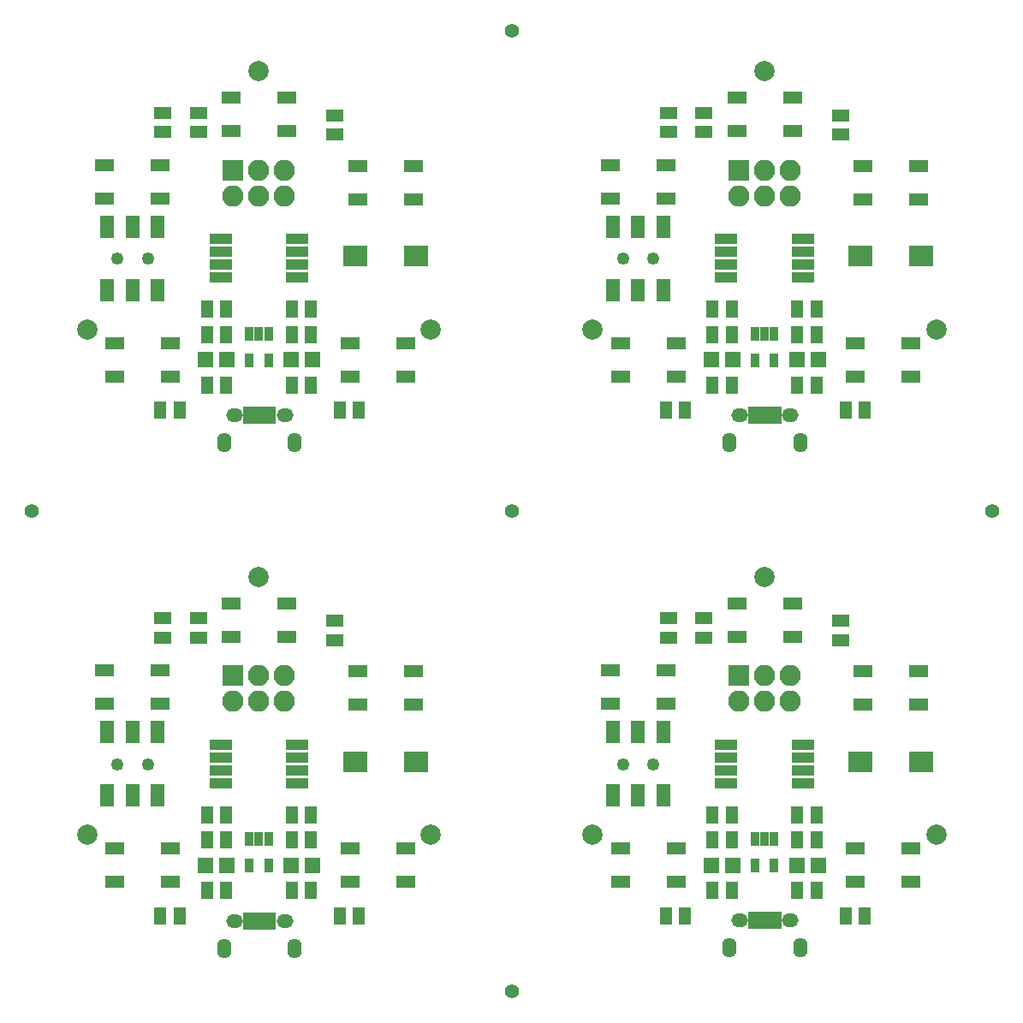
<source format=gts>
G04 #@! TF.FileFunction,Soldermask,Top*
%FSLAX46Y46*%
G04 Gerber Fmt 4.6, Leading zero omitted, Abs format (unit mm)*
G04 Created by KiCad (PCBNEW 4.0.7) date 06/26/18 19:00:47*
%MOMM*%
%LPD*%
G01*
G04 APERTURE LIST*
%ADD10C,0.100000*%
%ADD11R,0.800000X1.750000*%
%ADD12O,1.650000X1.350000*%
%ADD13O,1.400000X1.950000*%
%ADD14C,2.000000*%
%ADD15R,1.289000X1.797000*%
%ADD16R,1.598880X1.598880*%
%ADD17R,1.900000X1.300000*%
%ADD18R,2.398980X2.000200*%
%ADD19R,1.797000X1.289000*%
%ADD20R,2.100000X2.100000*%
%ADD21O,2.100000X2.100000*%
%ADD22R,0.951180X1.400760*%
%ADD23R,2.200000X1.000000*%
%ADD24C,1.250000*%
%ADD25R,1.400000X2.200000*%
%ADD26C,1.400760*%
G04 APERTURE END LIST*
D10*
D11*
X149249100Y-71762460D03*
X149899100Y-71762460D03*
X150549100Y-71762460D03*
X151199100Y-71762460D03*
X151849100Y-71762460D03*
D12*
X148049100Y-71762460D03*
X153049100Y-71762460D03*
D13*
X147049100Y-74462460D03*
X154049100Y-74462460D03*
D11*
X99249100Y-71762460D03*
X99899100Y-71762460D03*
X100549100Y-71762460D03*
X101199100Y-71762460D03*
X101849100Y-71762460D03*
D12*
X98049100Y-71762460D03*
X103049100Y-71762460D03*
D13*
X97049100Y-74462460D03*
X104049100Y-74462460D03*
D11*
X99249100Y-121762460D03*
X99899100Y-121762460D03*
X100549100Y-121762460D03*
X101199100Y-121762460D03*
X101849100Y-121762460D03*
D12*
X98049100Y-121762460D03*
X103049100Y-121762460D03*
D13*
X97049100Y-124462460D03*
X104049100Y-124462460D03*
D14*
X167500000Y-113250000D03*
X117500000Y-113250000D03*
X167500000Y-63250000D03*
D15*
X155655000Y-111250000D03*
X153750000Y-111250000D03*
X105655000Y-111250000D03*
X103750000Y-111250000D03*
X155655000Y-61250000D03*
X153750000Y-61250000D03*
X153750000Y-113750000D03*
X155655000Y-113750000D03*
X103750000Y-113750000D03*
X105655000Y-113750000D03*
X153750000Y-63750000D03*
X155655000Y-63750000D03*
D16*
X153700280Y-116250000D03*
X155798320Y-116250000D03*
X103700280Y-116250000D03*
X105798320Y-116250000D03*
X153700280Y-66250000D03*
X155798320Y-66250000D03*
D17*
X159500000Y-117900000D03*
X165000000Y-117900000D03*
X165000000Y-114600000D03*
X159500000Y-114600000D03*
X109500000Y-117900000D03*
X115000000Y-117900000D03*
X115000000Y-114600000D03*
X109500000Y-114600000D03*
X159500000Y-67900000D03*
X165000000Y-67900000D03*
X165000000Y-64600000D03*
X159500000Y-64600000D03*
D15*
X158500000Y-121250000D03*
X160405000Y-121250000D03*
X108500000Y-121250000D03*
X110405000Y-121250000D03*
X158500000Y-71250000D03*
X160405000Y-71250000D03*
X155655000Y-118750000D03*
X153750000Y-118750000D03*
X105655000Y-118750000D03*
X103750000Y-118750000D03*
X155655000Y-68750000D03*
X153750000Y-68750000D03*
X147250000Y-118750000D03*
X145345000Y-118750000D03*
X97250000Y-118750000D03*
X95345000Y-118750000D03*
X147250000Y-68750000D03*
X145345000Y-68750000D03*
D18*
X160000260Y-106000000D03*
X165999740Y-106000000D03*
X110000260Y-106000000D03*
X115999740Y-106000000D03*
X160000260Y-56000000D03*
X165999740Y-56000000D03*
D19*
X158000000Y-94000000D03*
X158000000Y-92095000D03*
X108000000Y-94000000D03*
X108000000Y-92095000D03*
X158000000Y-44000000D03*
X158000000Y-42095000D03*
D17*
X160250000Y-100400000D03*
X165750000Y-100400000D03*
X165750000Y-97100000D03*
X160250000Y-97100000D03*
X110250000Y-100400000D03*
X115750000Y-100400000D03*
X115750000Y-97100000D03*
X110250000Y-97100000D03*
X160250000Y-50400000D03*
X165750000Y-50400000D03*
X165750000Y-47100000D03*
X160250000Y-47100000D03*
D19*
X144500000Y-93750000D03*
X144500000Y-91845000D03*
X94500000Y-93750000D03*
X94500000Y-91845000D03*
X144500000Y-43750000D03*
X144500000Y-41845000D03*
D20*
X147960000Y-97500000D03*
D21*
X147960000Y-100040000D03*
X150500000Y-97500000D03*
X150500000Y-100040000D03*
X153040000Y-97500000D03*
X153040000Y-100040000D03*
D20*
X97960000Y-97500000D03*
D21*
X97960000Y-100040000D03*
X100500000Y-97500000D03*
X100500000Y-100040000D03*
X103040000Y-97500000D03*
X103040000Y-100040000D03*
D20*
X147960000Y-47500000D03*
D21*
X147960000Y-50040000D03*
X150500000Y-47500000D03*
X150500000Y-50040000D03*
X153040000Y-47500000D03*
X153040000Y-50040000D03*
D17*
X147750000Y-93650000D03*
X153250000Y-93650000D03*
X153250000Y-90350000D03*
X147750000Y-90350000D03*
X97750000Y-93650000D03*
X103250000Y-93650000D03*
X103250000Y-90350000D03*
X97750000Y-90350000D03*
X147750000Y-43650000D03*
X153250000Y-43650000D03*
X153250000Y-40350000D03*
X147750000Y-40350000D03*
D19*
X141000000Y-93750000D03*
X141000000Y-91845000D03*
X91000000Y-93750000D03*
X91000000Y-91845000D03*
X141000000Y-43750000D03*
X141000000Y-41845000D03*
D14*
X150500000Y-87750000D03*
X100500000Y-87750000D03*
X150500000Y-37750000D03*
D17*
X136250000Y-117900000D03*
X141750000Y-117900000D03*
X141750000Y-114600000D03*
X136250000Y-114600000D03*
X86250000Y-117900000D03*
X91750000Y-117900000D03*
X91750000Y-114600000D03*
X86250000Y-114600000D03*
X136250000Y-67900000D03*
X141750000Y-67900000D03*
X141750000Y-64600000D03*
X136250000Y-64600000D03*
D15*
X140750000Y-121250000D03*
X142655000Y-121250000D03*
X90750000Y-121250000D03*
X92655000Y-121250000D03*
X140750000Y-71250000D03*
X142655000Y-71250000D03*
D16*
X147346520Y-116250000D03*
X145248480Y-116250000D03*
X97346520Y-116250000D03*
X95248480Y-116250000D03*
X147346520Y-66250000D03*
X145248480Y-66250000D03*
D22*
X150500000Y-113699520D03*
X149550040Y-116300480D03*
X151449960Y-116300480D03*
X149547500Y-113699520D03*
X151452500Y-113699520D03*
X100500000Y-113699520D03*
X99550040Y-116300480D03*
X101449960Y-116300480D03*
X99547500Y-113699520D03*
X101452500Y-113699520D03*
X150500000Y-63699520D03*
X149550040Y-66300480D03*
X151449960Y-66300480D03*
X149547500Y-63699520D03*
X151452500Y-63699520D03*
D15*
X145345000Y-113750000D03*
X147250000Y-113750000D03*
X95345000Y-113750000D03*
X97250000Y-113750000D03*
X145345000Y-63750000D03*
X147250000Y-63750000D03*
X147250000Y-111250000D03*
X145345000Y-111250000D03*
X97250000Y-111250000D03*
X95345000Y-111250000D03*
X147250000Y-61250000D03*
X145345000Y-61250000D03*
D23*
X154300000Y-108155000D03*
X154300000Y-106885000D03*
X154300000Y-105615000D03*
X154300000Y-104345000D03*
X146700000Y-104345000D03*
X146700000Y-105615000D03*
X146700000Y-106885000D03*
X146700000Y-108155000D03*
X104300000Y-108155000D03*
X104300000Y-106885000D03*
X104300000Y-105615000D03*
X104300000Y-104345000D03*
X96700000Y-104345000D03*
X96700000Y-105615000D03*
X96700000Y-106885000D03*
X96700000Y-108155000D03*
X154300000Y-58155000D03*
X154300000Y-56885000D03*
X154300000Y-55615000D03*
X154300000Y-54345000D03*
X146700000Y-54345000D03*
X146700000Y-55615000D03*
X146700000Y-56885000D03*
X146700000Y-58155000D03*
D17*
X135250000Y-100300000D03*
X140750000Y-100300000D03*
X140750000Y-97000000D03*
X135250000Y-97000000D03*
X85250000Y-100300000D03*
X90750000Y-100300000D03*
X90750000Y-97000000D03*
X85250000Y-97000000D03*
X135250000Y-50300000D03*
X140750000Y-50300000D03*
X140750000Y-47000000D03*
X135250000Y-47000000D03*
D24*
X139500000Y-106250000D03*
X136500000Y-106250000D03*
D25*
X135510800Y-103100400D03*
X138000000Y-103100400D03*
X140489200Y-103100400D03*
X135510800Y-109348800D03*
X138000000Y-109348800D03*
X140489200Y-109348800D03*
D24*
X89500000Y-106250000D03*
X86500000Y-106250000D03*
D25*
X85510800Y-103100400D03*
X88000000Y-103100400D03*
X90489200Y-103100400D03*
X85510800Y-109348800D03*
X88000000Y-109348800D03*
X90489200Y-109348800D03*
D24*
X139500000Y-56250000D03*
X136500000Y-56250000D03*
D25*
X135510800Y-53100400D03*
X138000000Y-53100400D03*
X140489200Y-53100400D03*
X135510800Y-59348800D03*
X138000000Y-59348800D03*
X140489200Y-59348800D03*
D14*
X133500000Y-113250000D03*
X83500000Y-113250000D03*
X133500000Y-63250000D03*
X100500000Y-37750000D03*
X117500000Y-63250000D03*
X83500000Y-63250000D03*
D23*
X104300000Y-58155000D03*
X104300000Y-56885000D03*
X104300000Y-55615000D03*
X104300000Y-54345000D03*
X96700000Y-54345000D03*
X96700000Y-55615000D03*
X96700000Y-56885000D03*
X96700000Y-58155000D03*
D17*
X86250000Y-67900000D03*
X91750000Y-67900000D03*
X91750000Y-64600000D03*
X86250000Y-64600000D03*
X97750000Y-43650000D03*
X103250000Y-43650000D03*
X103250000Y-40350000D03*
X97750000Y-40350000D03*
X110250000Y-50400000D03*
X115750000Y-50400000D03*
X115750000Y-47100000D03*
X110250000Y-47100000D03*
D15*
X97250000Y-68750000D03*
X95345000Y-68750000D03*
X97250000Y-61250000D03*
X95345000Y-61250000D03*
D20*
X97960000Y-47500000D03*
D21*
X97960000Y-50040000D03*
X100500000Y-47500000D03*
X100500000Y-50040000D03*
X103040000Y-47500000D03*
X103040000Y-50040000D03*
D15*
X95345000Y-63750000D03*
X97250000Y-63750000D03*
X103750000Y-63750000D03*
X105655000Y-63750000D03*
X105655000Y-68750000D03*
X103750000Y-68750000D03*
D18*
X110000260Y-56000000D03*
X115999740Y-56000000D03*
D22*
X100500000Y-63699520D03*
X99550040Y-66300480D03*
X101449960Y-66300480D03*
X99547500Y-63699520D03*
X101452500Y-63699520D03*
D19*
X94500000Y-43750000D03*
X94500000Y-41845000D03*
X91000000Y-43750000D03*
X91000000Y-41845000D03*
X108000000Y-44000000D03*
X108000000Y-42095000D03*
D15*
X105655000Y-61250000D03*
X103750000Y-61250000D03*
D24*
X89500000Y-56250000D03*
X86500000Y-56250000D03*
D25*
X85510800Y-53100400D03*
X88000000Y-53100400D03*
X90489200Y-53100400D03*
X85510800Y-59348800D03*
X88000000Y-59348800D03*
X90489200Y-59348800D03*
D15*
X90750000Y-71250000D03*
X92655000Y-71250000D03*
X108500000Y-71250000D03*
X110405000Y-71250000D03*
D17*
X109500000Y-67900000D03*
X115000000Y-67900000D03*
X115000000Y-64600000D03*
X109500000Y-64600000D03*
X85250000Y-50300000D03*
X90750000Y-50300000D03*
X90750000Y-47000000D03*
X85250000Y-47000000D03*
D16*
X97346520Y-66250000D03*
X95248480Y-66250000D03*
X103700280Y-66250000D03*
X105798320Y-66250000D03*
D26*
X125500000Y-81250000D03*
X125500000Y-128750000D03*
X173000000Y-81250000D03*
X78000000Y-81250000D03*
X125500000Y-33750000D03*
D11*
X149249100Y-121737460D03*
X149899100Y-121737460D03*
X150549100Y-121737460D03*
X151199100Y-121737460D03*
X151849100Y-121737460D03*
D12*
X148049100Y-121737460D03*
X153049100Y-121737460D03*
D13*
X147049100Y-124437460D03*
X154049100Y-124437460D03*
M02*

</source>
